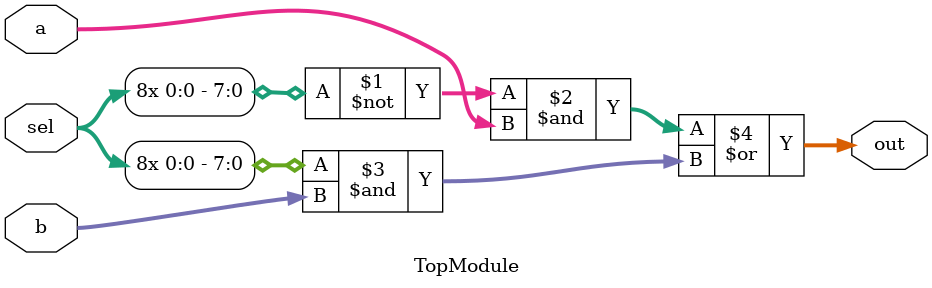
<source format=sv>
module TopModule (
    input        sel,
    input  [7:0] a,
    input  [7:0] b,
    output [7:0] out
);

    assign out = (~{8{sel}} & a) | ({8{sel}} & b);

endmodule
</source>
